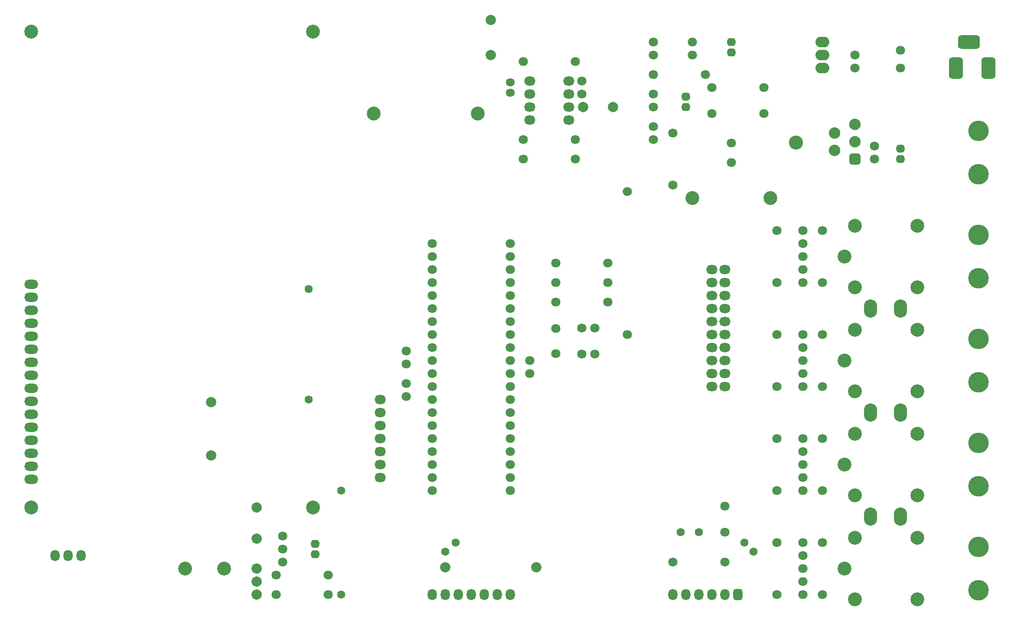
<source format=gbs>
%FSTAX44Y44*%
%MOMM*%
G71*
G01*
G75*
G04 Layer_Color=38400*
%ADD10C,0.6000*%
%ADD11C,1.0000*%
%ADD12C,1.5000*%
%ADD13C,2.0000*%
%ADD14O,2.0000X1.6000*%
%ADD15C,3.8100*%
%ADD16C,1.6000*%
%ADD17O,1.6000X2.0000*%
G04:AMPARAMS|DCode=18|XSize=1.6mm|YSize=2mm|CornerRadius=0.4mm|HoleSize=0mm|Usage=FLASHONLY|Rotation=180.000|XOffset=0mm|YOffset=0mm|HoleType=Round|Shape=RoundedRectangle|*
%AMROUNDEDRECTD18*
21,1,1.6000,1.2000,0,0,180.0*
21,1,0.8000,2.0000,0,0,180.0*
1,1,0.8000,-0.4000,0.6000*
1,1,0.8000,0.4000,0.6000*
1,1,0.8000,0.4000,-0.6000*
1,1,0.8000,-0.4000,-0.6000*
%
%ADD18ROUNDEDRECTD18*%
G04:AMPARAMS|DCode=19|XSize=2.54mm|YSize=4.064mm|CornerRadius=0.635mm|HoleSize=0mm|Usage=FLASHONLY|Rotation=180.000|XOffset=0mm|YOffset=0mm|HoleType=Round|Shape=RoundedRectangle|*
%AMROUNDEDRECTD19*
21,1,2.5400,2.7940,0,0,180.0*
21,1,1.2700,4.0640,0,0,180.0*
1,1,1.2700,-0.6350,1.3970*
1,1,1.2700,0.6350,1.3970*
1,1,1.2700,0.6350,-1.3970*
1,1,1.2700,-0.6350,-1.3970*
%
%ADD19ROUNDEDRECTD19*%
G04:AMPARAMS|DCode=20|XSize=4.064mm|YSize=2.54mm|CornerRadius=0.635mm|HoleSize=0mm|Usage=FLASHONLY|Rotation=180.000|XOffset=0mm|YOffset=0mm|HoleType=Round|Shape=RoundedRectangle|*
%AMROUNDEDRECTD20*
21,1,4.0640,1.2700,0,0,180.0*
21,1,2.7940,2.5400,0,0,180.0*
1,1,1.2700,-1.3970,0.6350*
1,1,1.2700,1.3970,0.6350*
1,1,1.2700,1.3970,-0.6350*
1,1,1.2700,-1.3970,-0.6350*
%
%ADD20ROUNDEDRECTD20*%
%ADD21C,2.5400*%
G04:AMPARAMS|DCode=22|XSize=2.032mm|YSize=2.032mm|CornerRadius=0.508mm|HoleSize=0mm|Usage=FLASHONLY|Rotation=90.000|XOffset=0mm|YOffset=0mm|HoleType=Round|Shape=RoundedRectangle|*
%AMROUNDEDRECTD22*
21,1,2.0320,1.0160,0,0,90.0*
21,1,1.0160,2.0320,0,0,90.0*
1,1,1.0160,0.5080,0.5080*
1,1,1.0160,0.5080,-0.5080*
1,1,1.0160,-0.5080,-0.5080*
1,1,1.0160,-0.5080,0.5080*
%
%ADD22ROUNDEDRECTD22*%
%ADD23C,2.0320*%
%ADD24O,2.5000X1.9000*%
%ADD25C,2.5000*%
%ADD26O,1.6000X1.4000*%
%ADD27O,1.6000X1.3000*%
%ADD28C,1.8000*%
%ADD29O,2.5000X1.6000*%
%ADD30O,2.0000X3.0000*%
%ADD31C,1.4000*%
%ADD32C,1.2000*%
%ADD33C,2.5000*%
%ADD34C,0.5000*%
%ADD35C,0.3000*%
%ADD36C,0.2540*%
%ADD37C,0.3048*%
%ADD38C,0.1780*%
%ADD39C,0.1778*%
%ADD40C,0.2000*%
%ADD41C,0.2500*%
%ADD42R,1.2000X10.2200*%
%ADD43O,2.2000X1.8000*%
%ADD44C,4.0132*%
%ADD45C,1.8032*%
%ADD46O,1.8000X2.2000*%
G04:AMPARAMS|DCode=47|XSize=1.8mm|YSize=2.2mm|CornerRadius=0.5mm|HoleSize=0mm|Usage=FLASHONLY|Rotation=180.000|XOffset=0mm|YOffset=0mm|HoleType=Round|Shape=RoundedRectangle|*
%AMROUNDEDRECTD47*
21,1,1.8000,1.2000,0,0,180.0*
21,1,0.8000,2.2000,0,0,180.0*
1,1,1.0000,-0.4000,0.6000*
1,1,1.0000,0.4000,0.6000*
1,1,1.0000,0.4000,-0.6000*
1,1,1.0000,-0.4000,-0.6000*
%
%ADD47ROUNDEDRECTD47*%
G04:AMPARAMS|DCode=48|XSize=2.7432mm|YSize=4.2672mm|CornerRadius=0.7366mm|HoleSize=0mm|Usage=FLASHONLY|Rotation=180.000|XOffset=0mm|YOffset=0mm|HoleType=Round|Shape=RoundedRectangle|*
%AMROUNDEDRECTD48*
21,1,2.7432,2.7940,0,0,180.0*
21,1,1.2700,4.2672,0,0,180.0*
1,1,1.4732,-0.6350,1.3970*
1,1,1.4732,0.6350,1.3970*
1,1,1.4732,0.6350,-1.3970*
1,1,1.4732,-0.6350,-1.3970*
%
%ADD48ROUNDEDRECTD48*%
G04:AMPARAMS|DCode=49|XSize=4.2672mm|YSize=2.7432mm|CornerRadius=0.7366mm|HoleSize=0mm|Usage=FLASHONLY|Rotation=180.000|XOffset=0mm|YOffset=0mm|HoleType=Round|Shape=RoundedRectangle|*
%AMROUNDEDRECTD49*
21,1,4.2672,1.2700,0,0,180.0*
21,1,2.7940,2.7432,0,0,180.0*
1,1,1.4732,-1.3970,0.6350*
1,1,1.4732,1.3970,0.6350*
1,1,1.4732,1.3970,-0.6350*
1,1,1.4732,-1.3970,-0.6350*
%
%ADD49ROUNDEDRECTD49*%
%ADD50C,2.7432*%
G04:AMPARAMS|DCode=51|XSize=2.2352mm|YSize=2.2352mm|CornerRadius=0.6096mm|HoleSize=0mm|Usage=FLASHONLY|Rotation=90.000|XOffset=0mm|YOffset=0mm|HoleType=Round|Shape=RoundedRectangle|*
%AMROUNDEDRECTD51*
21,1,2.2352,1.0160,0,0,90.0*
21,1,1.0160,2.2352,0,0,90.0*
1,1,1.2192,0.5080,0.5080*
1,1,1.2192,0.5080,-0.5080*
1,1,1.2192,-0.5080,-0.5080*
1,1,1.2192,-0.5080,0.5080*
%
%ADD51ROUNDEDRECTD51*%
%ADD52C,2.2352*%
%ADD53O,2.7032X2.1032*%
%ADD54C,2.7000*%
%ADD55O,1.8032X1.6032*%
%ADD56O,2.2032X1.8032*%
%ADD57O,1.8000X1.5000*%
%ADD58C,2.7032*%
%ADD59C,2.0032*%
%ADD60C,2.0000*%
%ADD61O,2.7000X1.8000*%
%ADD62O,2.5500X3.5500*%
%ADD63C,1.6032*%
D28*
X017907Y003683D02*
D03*
X016891D02*
D03*
X019431Y003302D02*
D03*
Y003048D02*
D03*
X019812D02*
D03*
Y004064D02*
D03*
X018923D02*
D03*
Y003048D02*
D03*
X019431Y005334D02*
D03*
Y00508D02*
D03*
X019812D02*
D03*
Y006096D02*
D03*
X018923D02*
D03*
Y00508D02*
D03*
X019431Y007366D02*
D03*
Y007112D02*
D03*
X019812D02*
D03*
Y008128D02*
D03*
X018923D02*
D03*
Y007112D02*
D03*
X019431Y009398D02*
D03*
Y009144D02*
D03*
X019812D02*
D03*
Y01016D02*
D03*
X018923D02*
D03*
Y009144D02*
D03*
X018669Y012954D02*
D03*
X017653D02*
D03*
Y012446D02*
D03*
X018669D02*
D03*
X016891Y011049D02*
D03*
Y012065D02*
D03*
X017526Y013208D02*
D03*
X01651D02*
D03*
X014605Y009144D02*
D03*
X015621D02*
D03*
X014605Y008763D02*
D03*
X015621D02*
D03*
X014605Y009525D02*
D03*
X015621D02*
D03*
X014605Y008245D02*
D03*
Y007757D02*
D03*
X01397Y011557D02*
D03*
X014986D02*
D03*
X01397Y011938D02*
D03*
X014986D02*
D03*
X01397Y013462D02*
D03*
X014986D02*
D03*
X009144Y003429D02*
D03*
X01016D02*
D03*
Y003048D02*
D03*
X009144D02*
D03*
X009271Y004191D02*
D03*
Y003937D02*
D03*
D43*
X017653Y009398D02*
D03*
Y009144D02*
D03*
Y00889D02*
D03*
Y008636D02*
D03*
Y008382D02*
D03*
Y008128D02*
D03*
Y007874D02*
D03*
Y00762D02*
D03*
Y007366D02*
D03*
Y007112D02*
D03*
X017907D02*
D03*
Y007366D02*
D03*
Y00762D02*
D03*
Y007874D02*
D03*
Y008128D02*
D03*
Y008382D02*
D03*
Y008636D02*
D03*
Y00889D02*
D03*
Y009144D02*
D03*
Y009398D02*
D03*
X011176Y006858D02*
D03*
Y006604D02*
D03*
Y00635D02*
D03*
Y006096D02*
D03*
Y005842D02*
D03*
Y005588D02*
D03*
Y005334D02*
D03*
D44*
X02286Y01126067D02*
D03*
Y01210733D02*
D03*
Y00922867D02*
D03*
Y01007533D02*
D03*
Y00719667D02*
D03*
Y00804333D02*
D03*
Y00516467D02*
D03*
Y00601133D02*
D03*
Y00313267D02*
D03*
Y00397933D02*
D03*
D45*
X017907Y0047752D02*
D03*
Y0042672D02*
D03*
X019431Y003556D02*
D03*
Y00381D02*
D03*
Y004064D02*
D03*
Y005588D02*
D03*
Y005842D02*
D03*
Y006096D02*
D03*
Y00762D02*
D03*
Y007874D02*
D03*
Y008128D02*
D03*
Y009652D02*
D03*
Y009906D02*
D03*
Y01016D02*
D03*
X021336Y013335D02*
D03*
Y013685D02*
D03*
X020447Y013335D02*
D03*
Y013589D02*
D03*
X018034Y0118745D02*
D03*
Y0114935D02*
D03*
X01651Y012192D02*
D03*
Y011938D02*
D03*
Y012573D02*
D03*
Y012827D02*
D03*
X017272Y013843D02*
D03*
Y013589D02*
D03*
X01651Y013843D02*
D03*
Y013589D02*
D03*
X015113Y007747D02*
D03*
X015367D02*
D03*
X015113Y008255D02*
D03*
X015367D02*
D03*
X014097Y007366D02*
D03*
Y00762D02*
D03*
X015113Y013081D02*
D03*
Y012827D02*
D03*
X011684Y0078105D02*
D03*
Y0075565D02*
D03*
Y0069215D02*
D03*
Y0071755D02*
D03*
X009271Y003683D02*
D03*
X020828Y011557D02*
D03*
Y011811D02*
D03*
X012192Y009906D02*
D03*
Y009652D02*
D03*
Y009398D02*
D03*
Y009144D02*
D03*
Y00889D02*
D03*
Y008636D02*
D03*
Y008382D02*
D03*
Y008128D02*
D03*
Y007874D02*
D03*
Y00762D02*
D03*
Y007366D02*
D03*
Y007112D02*
D03*
Y006858D02*
D03*
Y006604D02*
D03*
Y00635D02*
D03*
Y006096D02*
D03*
Y005842D02*
D03*
Y005588D02*
D03*
Y005334D02*
D03*
Y00508D02*
D03*
X013716Y009906D02*
D03*
Y009652D02*
D03*
Y009398D02*
D03*
Y009144D02*
D03*
Y00889D02*
D03*
Y008636D02*
D03*
Y008382D02*
D03*
Y008128D02*
D03*
Y007874D02*
D03*
Y00762D02*
D03*
Y007366D02*
D03*
Y007112D02*
D03*
Y006858D02*
D03*
Y006604D02*
D03*
Y00635D02*
D03*
Y006096D02*
D03*
Y005842D02*
D03*
Y005588D02*
D03*
Y005334D02*
D03*
Y00508D02*
D03*
X016002Y010922D02*
D03*
Y008128D02*
D03*
D46*
X017145Y003048D02*
D03*
X017907D02*
D03*
X017653D02*
D03*
X017399D02*
D03*
X016891D02*
D03*
X005334Y00381D02*
D03*
X00508D02*
D03*
X004826D02*
D03*
X012192Y003048D02*
D03*
X012446D02*
D03*
X0127D02*
D03*
X012954D02*
D03*
X013208D02*
D03*
X013462D02*
D03*
X013716D02*
D03*
D47*
X018161D02*
D03*
D48*
X0224155Y013335D02*
D03*
X0230505D02*
D03*
D49*
X0226695Y013843D02*
D03*
D50*
X019296Y011876D02*
D03*
D51*
X020447Y011557D02*
D03*
D52*
X020047Y011727D02*
D03*
X020447Y011897D02*
D03*
X020047Y012067D02*
D03*
X020447Y012237D02*
D03*
D53*
X019812Y013335D02*
D03*
Y013843D02*
D03*
Y013589D02*
D03*
D54*
X018796Y010795D02*
D03*
X017272D02*
D03*
X008128Y003556D02*
D03*
X007366D02*
D03*
D55*
X017145Y012773D02*
D03*
Y012573D02*
D03*
X018034Y013643D02*
D03*
Y013843D02*
D03*
X009906Y0040386D02*
D03*
Y0038386D02*
D03*
X021336Y011757D02*
D03*
Y011557D02*
D03*
D56*
X014097Y013081D02*
D03*
Y012827D02*
D03*
Y012573D02*
D03*
Y012319D02*
D03*
X014859D02*
D03*
Y012573D02*
D03*
Y012827D02*
D03*
Y013081D02*
D03*
D57*
X013716Y012854D02*
D03*
Y013054D02*
D03*
D58*
X011049Y012446D02*
D03*
X013081D02*
D03*
X004362Y014048D02*
D03*
Y004748D02*
D03*
X009862Y014048D02*
D03*
Y004748D02*
D03*
X021665Y006188D02*
D03*
Y004988D02*
D03*
X020445Y006188D02*
D03*
Y004988D02*
D03*
X020245Y005588D02*
D03*
X021665Y004156D02*
D03*
Y002956D02*
D03*
X020445Y004156D02*
D03*
Y002956D02*
D03*
X020245Y003556D02*
D03*
X021665Y00822D02*
D03*
Y00702D02*
D03*
X020445Y00822D02*
D03*
Y00702D02*
D03*
X020245Y00762D02*
D03*
X021665Y010252D02*
D03*
Y009052D02*
D03*
X020445Y010252D02*
D03*
Y009052D02*
D03*
X020245Y009652D02*
D03*
D59*
X008763Y003048D02*
D03*
X012446Y0035814D02*
D03*
X014224D02*
D03*
X013335Y013589D02*
D03*
Y0142748D02*
D03*
X0151384Y012573D02*
D03*
X0157226D02*
D03*
X007874Y0068072D02*
D03*
Y0057658D02*
D03*
X008763Y0041402D02*
D03*
Y0047498D02*
D03*
D60*
Y003302D02*
D03*
Y003556D02*
D03*
D61*
X004362Y009108D02*
D03*
Y008854D02*
D03*
Y0086D02*
D03*
Y008346D02*
D03*
Y008092D02*
D03*
Y007838D02*
D03*
Y005298D02*
D03*
Y005552D02*
D03*
Y005806D02*
D03*
Y00606D02*
D03*
Y006314D02*
D03*
Y006568D02*
D03*
Y006822D02*
D03*
Y007076D02*
D03*
Y00733D02*
D03*
Y007584D02*
D03*
D62*
X0207518Y008636D02*
D03*
X021336D02*
D03*
Y006604D02*
D03*
X0207518D02*
D03*
X021336Y004572D02*
D03*
X0207518D02*
D03*
D63*
X017399Y0042672D02*
D03*
X0170434D02*
D03*
X009779Y009017D02*
D03*
X010414Y003048D02*
D03*
Y00508D02*
D03*
X012446Y0038862D02*
D03*
X009779Y006858D02*
D03*
X0184658Y0038862D02*
D03*
X018288Y004064D02*
D03*
X0126492D02*
D03*
M02*

</source>
